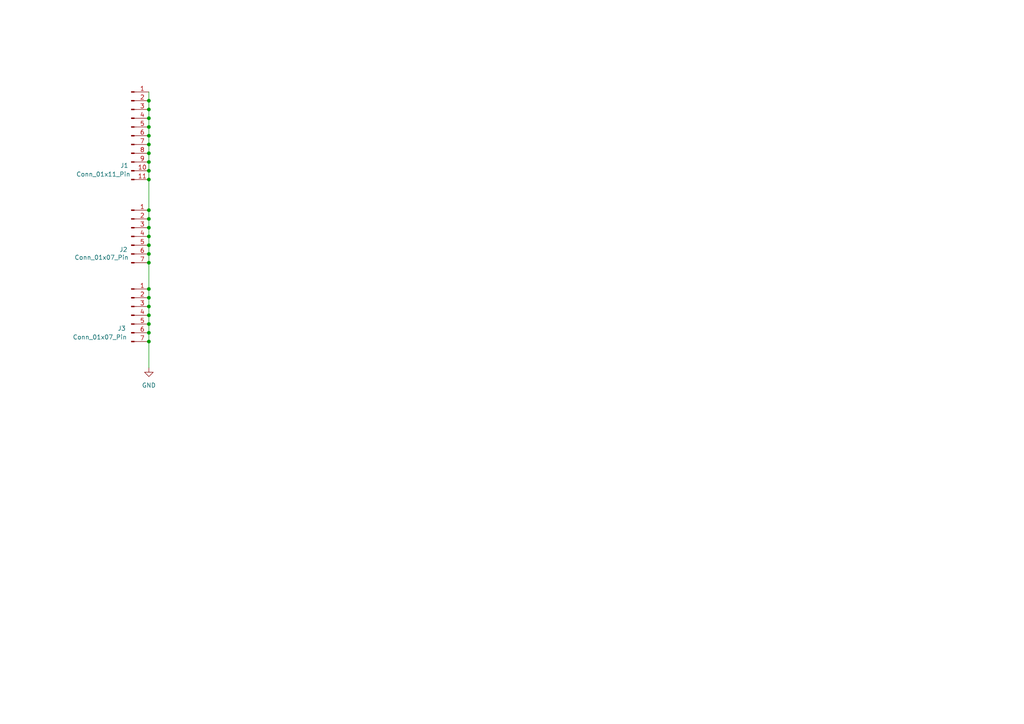
<source format=kicad_sch>
(kicad_sch (version 20250114) (generator "eeschema") (generator_version "9.0")
  (paper "A4")
  (title_block (title "Schematic for the Pins of the Filler Board") (date "2024-03-22") (rev "1"))
  (lib_symbols
    (symbol "Connector:Conn_01x07_Pin" (pin_names (offset 1.016) (hide yes))
      (property "Reference" "J" (at 0 10.16 0))
      (property "Value" "Conn_01x07_Pin" (at 0 -10.16 0))
      (symbol "Conn_01x07_Pin_1_1"
        (rectangle (start 0.8636 7.747) (end 0 7.493) (stroke (width 0.1524)) (fill (type outline)))
        (rectangle (start 0.8636 5.207) (end 0 4.953) (stroke (width 0.1524)) (fill (type outline)))
        (rectangle (start 0.8636 2.667) (end 0 2.413) (stroke (width 0.1524)) (fill (type outline)))
        (rectangle (start 0.8636 0.127) (end 0 -0.127) (stroke (width 0.1524)) (fill (type outline)))
        (rectangle (start 0.8636 -2.413) (end 0 -2.667) (stroke (width 0.1524)) (fill (type outline)))
        (rectangle (start 0.8636 -4.953) (end 0 -5.207) (stroke (width 0.1524)) (fill (type outline)))
        (rectangle (start 0.8636 -7.493) (end 0 -7.747) (stroke (width 0.1524)) (fill (type outline)))
        (polyline (pts (xy 1.27 7.62) (xy 0.8636 7.62)) (stroke (width 0.1524)))
        (polyline (pts (xy 1.27 5.08) (xy 0.8636 5.08)) (stroke (width 0.1524)))
        (polyline (pts (xy 1.27 2.54) (xy 0.8636 2.54)) (stroke (width 0.1524)))
        (polyline (pts (xy 1.27 0) (xy 0.8636 0)) (stroke (width 0.1524)))
        (polyline (pts (xy 1.27 -2.54) (xy 0.8636 -2.54)) (stroke (width 0.1524)))
        (polyline (pts (xy 1.27 -5.08) (xy 0.8636 -5.08)) (stroke (width 0.1524)))
        (polyline (pts (xy 1.27 -7.62) (xy 0.8636 -7.62)) (stroke (width 0.1524)))
        (pin passive line (at 5.08 7.62 180) (length 3.81) (name "Pin_1") (number "1"))
        (pin passive line (at 5.08 5.08 180) (length 3.81) (name "Pin_2") (number "2"))
        (pin passive line (at 5.08 2.54 180) (length 3.81) (name "Pin_3") (number "3"))
        (pin passive line (at 5.08 0 180) (length 3.81) (name "Pin_4") (number "4"))
        (pin passive line (at 5.08 -2.54 180) (length 3.81) (name "Pin_5") (number "5"))
        (pin passive line (at 5.08 -5.08 180) (length 3.81) (name "Pin_6") (number "6"))
        (pin passive line (at 5.08 -7.62 180) (length 3.81) (name "Pin_7") (number "7"))
      )
    )
    (symbol "Connector:Conn_01x11_Pin" (pin_names (offset 1.016) (hide yes))
      (property "Reference" "J" (at 0 15.24 0))
      (property "Value" "Conn_01x11_Pin" (at 0 -15.24 0))
      (symbol "Conn_01x11_Pin_1_1"
        (rectangle (start 0.8636 12.827) (end 0 12.573) (stroke (width 0.1524)) (fill (type outline)))
        (rectangle (start 0.8636 10.287) (end 0 10.033) (stroke (width 0.1524)) (fill (type outline)))
        (rectangle (start 0.8636 7.747) (end 0 7.493) (stroke (width 0.1524)) (fill (type outline)))
        (rectangle (start 0.8636 5.207) (end 0 4.953) (stroke (width 0.1524)) (fill (type outline)))
        (rectangle (start 0.8636 2.667) (end 0 2.413) (stroke (width 0.1524)) (fill (type outline)))
        (rectangle (start 0.8636 0.127) (end 0 -0.127) (stroke (width 0.1524)) (fill (type outline)))
        (rectangle (start 0.8636 -2.413) (end 0 -2.667) (stroke (width 0.1524)) (fill (type outline)))
        (rectangle (start 0.8636 -4.953) (end 0 -5.207) (stroke (width 0.1524)) (fill (type outline)))
        (rectangle (start 0.8636 -7.493) (end 0 -7.747) (stroke (width 0.1524)) (fill (type outline)))
        (rectangle (start 0.8636 -10.033) (end 0 -10.287) (stroke (width 0.1524)) (fill (type outline)))
        (rectangle (start 0.8636 -12.573) (end 0 -12.827) (stroke (width 0.1524)) (fill (type outline)))
        (polyline (pts (xy 1.27 12.7) (xy 0.8636 12.7)) (stroke (width 0.1524)))
        (polyline (pts (xy 1.27 10.16) (xy 0.8636 10.16)) (stroke (width 0.1524)))
        (polyline (pts (xy 1.27 7.62) (xy 0.8636 7.62)) (stroke (width 0.1524)))
        (polyline (pts (xy 1.27 5.08) (xy 0.8636 5.08)) (stroke (width 0.1524)))
        (polyline (pts (xy 1.27 2.54) (xy 0.8636 2.54)) (stroke (width 0.1524)))
        (polyline (pts (xy 1.27 0) (xy 0.8636 0)) (stroke (width 0.1524)))
        (polyline (pts (xy 1.27 -2.54) (xy 0.8636 -2.54)) (stroke (width 0.1524)))
        (polyline (pts (xy 1.27 -5.08) (xy 0.8636 -5.08)) (stroke (width 0.1524)))
        (polyline (pts (xy 1.27 -7.62) (xy 0.8636 -7.62)) (stroke (width 0.1524)))
        (polyline (pts (xy 1.27 -10.16) (xy 0.8636 -10.16)) (stroke (width 0.1524)))
        (polyline (pts (xy 1.27 -12.7) (xy 0.8636 -12.7)) (stroke (width 0.1524)))
        (pin passive line (at 5.08 12.7 180) (length 3.81) (name "Pin_1") (number "1"))
        (pin passive line (at 5.08 10.16 180) (length 3.81) (name "Pin_2") (number "2"))
        (pin passive line (at 5.08 7.62 180) (length 3.81) (name "Pin_3") (number "3"))
        (pin passive line (at 5.08 5.08 180) (length 3.81) (name "Pin_4") (number "4"))
        (pin passive line (at 5.08 2.54 180) (length 3.81) (name "Pin_5") (number "5"))
        (pin passive line (at 5.08 0 180) (length 3.81) (name "Pin_6") (number "6"))
        (pin passive line (at 5.08 -2.54 180) (length 3.81) (name "Pin_7") (number "7"))
        (pin passive line (at 5.08 -5.08 180) (length 3.81) (name "Pin_8") (number "8"))
        (pin passive line (at 5.08 -7.62 180) (length 3.81) (name "Pin_9") (number "9"))
        (pin passive line (at 5.08 -10.16 180) (length 3.81) (name "Pin_10") (number "10"))
        (pin passive line (at 5.08 -12.7 180) (length 3.81) (name "Pin_11") (number "11"))
      )
    )
    (symbol "power:GND" (power) (pin_names (offset 0))
      (property "Value" "GND" (at 0 -3.81 0))
      (symbol "GND_0_1"
        (polyline (pts (xy 0 0) (xy 0 -1.27) (xy 1.27 -1.27) (xy 0 -2.54) (xy -1.27 -1.27) (xy 0 -1.27)))
      )
      (symbol "GND_1_1"
        (pin power_in line (at 0 0 270) (length 0) (hide yes) (name "GND") (number "1"))
      )
    )
  )
  (junction (at 43.18 76.2))
  (junction (at 43.18 83.82))
  (junction (at 43.18 71.12))
  (junction (at 43.18 29.21))
  (junction (at 43.18 99.06))
  (junction (at 43.18 60.96))
  (junction (at 43.18 91.44))
  (junction (at 43.18 66.04))
  (junction (at 43.18 31.75))
  (junction (at 43.18 63.5))
  (junction (at 43.18 68.58))
  (junction (at 43.18 34.29))
  (junction (at 43.18 88.9))
  (junction (at 43.18 49.53))
  (junction (at 43.18 39.37))
  (junction (at 43.18 93.98))
  (junction (at 43.18 44.45))
  (junction (at 43.18 46.99))
  (junction (at 43.18 96.52))
  (junction (at 43.18 86.36))
  (junction (at 43.18 52.07))
  (junction (at 43.18 36.83))
  (junction (at 43.18 41.91))
  (junction (at 43.18 73.66))
  (wire (pts (xy 43.18 34.29) (xy 43.18 36.83)))
  (wire (pts (xy 43.18 46.99) (xy 43.18 49.53)))
  (wire (pts (xy 43.18 63.5) (xy 43.18 66.04)))
  (wire (pts (xy 43.18 88.9) (xy 43.18 91.44)))
  (wire (pts (xy 43.18 76.2) (xy 43.18 83.82)))
  (wire (pts (xy 43.18 29.21) (xy 43.18 31.75)))
  (wire (pts (xy 43.18 41.91) (xy 43.18 44.45)))
  (wire (pts (xy 43.18 83.82) (xy 43.18 86.36)))
  (wire (pts (xy 43.18 73.66) (xy 43.18 76.2)))
  (wire (pts (xy 43.18 60.96) (xy 43.18 63.5)))
  (wire (pts (xy 43.18 96.52) (xy 43.18 99.06)))
  (wire (pts (xy 43.18 71.12) (xy 43.18 73.66)))
  (wire (pts (xy 43.18 99.06) (xy 43.18 106.68)))
  (wire (pts (xy 43.18 44.45) (xy 43.18 46.99)))
  (wire (pts (xy 43.18 93.98) (xy 43.18 96.52)))
  (wire (pts (xy 43.18 86.36) (xy 43.18 88.9)))
  (wire (pts (xy 43.18 31.75) (xy 43.18 34.29)))
  (wire (pts (xy 43.18 26.67) (xy 43.18 29.21)))
  (wire (pts (xy 43.18 91.44) (xy 43.18 93.98)))
  (wire (pts (xy 43.18 66.04) (xy 43.18 68.58)))
  (wire (pts (xy 43.18 52.07) (xy 43.18 60.96)))
  (wire (pts (xy 43.18 49.53) (xy 43.18 52.07)))
  (wire (pts (xy 43.18 36.83) (xy 43.18 39.37)))
  (wire (pts (xy 43.18 39.37) (xy 43.18 41.91)))
  (wire (pts (xy 43.18 68.58) (xy 43.18 71.12)))
  (symbol (lib_id "Connector:Conn_01x07_Pin") (at 38.1 91.44 0) (unit 1)
    (property "Reference" "J3" (at 35.306 95.25 0))
    (property "Value" "Conn_01x07_Pin" (at 28.956 97.79 0))
    (property "Footprint" "Connector_PinHeader_2.54mm:PinHeader_1x07_P2.54mm_Vertical" (effects (hide yes)))
  )
  (symbol (lib_id "Connector:Conn_01x11_Pin") (at 38.1 39.37 0) (unit 1)
    (property "Reference" "J1" (at 36.068 48.006 0))
    (property "Value" "Conn_01x11_Pin" (at 29.972 50.546 0))
    (property "Footprint" "Connector_PinHeader_2.54mm:PinHeader_1x11_P2.54mm_Vertical" (effects (hide yes)))
  )
  (symbol (lib_id "Connector:Conn_01x07_Pin") (at 38.1 68.58 0) (unit 1)
    (property "Reference" "J2" (at 35.814 72.39 0))
    (property "Value" "Conn_01x07_Pin" (at 29.464 74.676 0))
    (property "Footprint" "Connector_PinHeader_2.54mm:PinHeader_1x07_P2.54mm_Vertical" (effects (hide yes)))
  )
  (symbol (lib_id "power:GND") (at 43.18 106.68 0) (unit 1)
    (property "Reference" "#PWR02" (effects (hide yes)))
    (property "Value" "GND" (at 43.18 111.76 0))
  )
)
</source>
